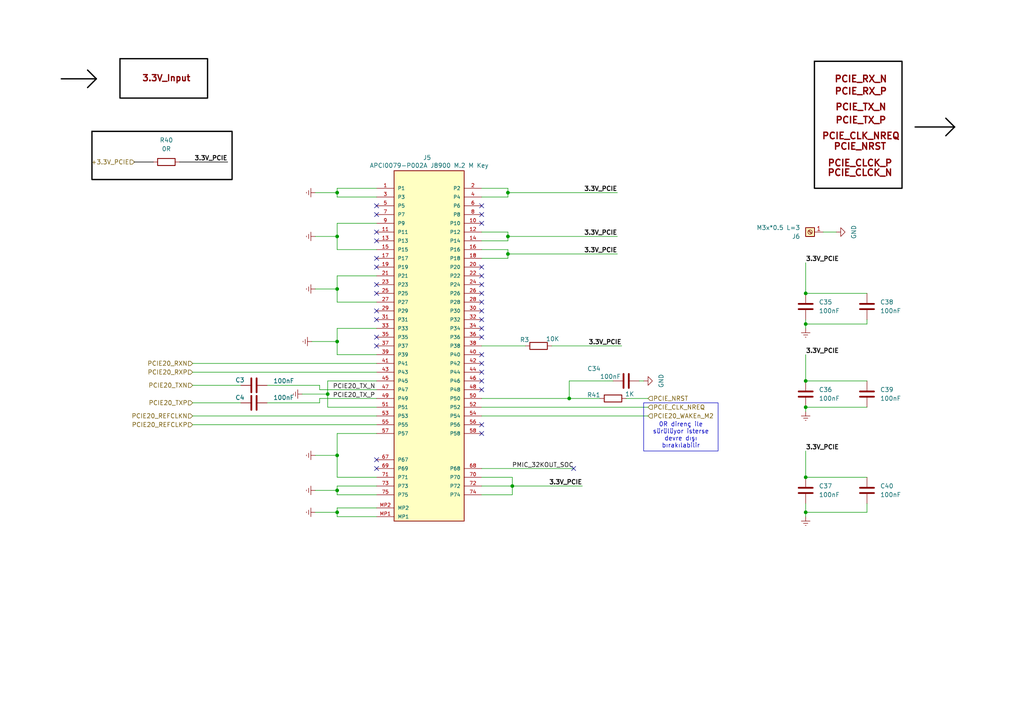
<source format=kicad_sch>
(kicad_sch (version 20231120) (generator "eeschema") (generator_version "8.0")
  (paper "A4")
  (lib_symbols
    (symbol "Device:C" (pin_numbers hide) (pin_names (offset 0.254))
      (property "Reference" "C" (at 0.635 2.54 0))
      (property "Value" "C" (at 0.635 -2.54 0))
      (symbol "C_0_1"
        (polyline (pts (xy -2.032 -0.762) (xy 2.032 -0.762)) (stroke (width 0.508)))
        (polyline (pts (xy -2.032 0.762) (xy 2.032 0.762)) (stroke (width 0.508)))
      )
      (symbol "C_1_1"
        (pin passive line (at 0 3.81 270) (length 2.794) (name "~") (number "1"))
        (pin passive line (at 0 -3.81 90) (length 2.794) (name "~") (number "2"))
      )
    )
    (symbol "Device:R" (pin_numbers hide) (pin_names (offset 0))
      (property "Reference" "R" (at 2.032 0 90))
      (property "Value" "R" (at 0 0 90))
      (symbol "R_0_1"
        (rectangle (start -1.016 -2.54) (end 1.016 2.54) (stroke (width 0.254)))
      )
      (symbol "R_1_1"
        (pin passive line (at 0 3.81 270) (length 1.27) (name "~") (number "1"))
        (pin passive line (at 0 -3.81 90) (length 1.27) (name "~") (number "2"))
      )
    )
    (symbol "M.2TE:1-2199119-5" (pin_names (offset 1.016))
      (property "Reference" "J5" (at -1.778 54.61 0))
      (property "Value" "APCI0079-P002A J8900 M.2 M Key" (at -17.272 52.324 0))
      (symbol "1-2199119-5_0_0"
        (rectangle (start -10.16 -50.8) (end 10.16 50.8) (stroke (width 0.254)) (fill (type background)))
        (pin passive line (at -15.24 45.72 0) (length 5.08) (name "P1") (number "1"))
        (pin passive line (at 15.24 35.56 180) (length 5.08) (name "P10") (number "10"))
        (pin passive line (at -15.24 33.02 0) (length 5.08) (name "P11") (number "11"))
        (pin passive line (at 15.24 33.02 180) (length 5.08) (name "P12") (number "12"))
        (pin passive line (at -15.24 30.48 0) (length 5.08) (name "P13") (number "13"))
        (pin passive line (at 15.24 30.48 180) (length 5.08) (name "P14") (number "14"))
        (pin passive line (at -15.24 27.94 0) (length 5.08) (name "P15") (number "15"))
        (pin passive line (at 15.24 27.94 180) (length 5.08) (name "P16") (number "16"))
        (pin passive line (at -15.24 25.4 0) (length 5.08) (name "P17") (number "17"))
        (pin passive line (at 15.24 25.4 180) (length 5.08) (name "P18") (number "18"))
        (pin passive line (at -15.24 22.86 0) (length 5.08) (name "P19") (number "19"))
        (pin passive line (at 15.24 45.72 180) (length 5.08) (name "P2") (number "2"))
        (pin passive line (at 15.24 22.86 180) (length 5.08) (name "P20") (number "20"))
        (pin passive line (at -15.24 20.32 0) (length 5.08) (name "P21") (number "21"))
        (pin passive line (at 15.24 20.32 180) (length 5.08) (name "P22") (number "22"))
        (pin passive line (at -15.24 17.78 0) (length 5.08) (name "P23") (number "23"))
        (pin passive line (at 15.24 17.78 180) (length 5.08) (name "P24") (number "24"))
        (pin passive line (at -15.24 15.24 0) (length 5.08) (name "P25") (number "25"))
        (pin passive line (at 15.24 15.24 180) (length 5.08) (name "P26") (number "26"))
        (pin passive line (at -15.24 12.7 0) (length 5.08) (name "P27") (number "27"))
        (pin passive line (at 15.24 12.7 180) (length 5.08) (name "P28") (number "28"))
        (pin passive line (at -15.24 10.16 0) (length 5.08) (name "P29") (number "29"))
        (pin passive line (at -15.24 43.18 0) (length 5.08) (name "P3") (number "3"))
        (pin passive line (at 15.24 10.16 180) (length 5.08) (name "P30") (number "30"))
        (pin passive line (at -15.24 7.62 0) (length 5.08) (name "P31") (number "31"))
        (pin passive line (at 15.24 7.62 180) (length 5.08) (name "P32") (number "32"))
        (pin passive line (at -15.24 5.08 0) (length 5.08) (name "P33") (number "33"))
        (pin passive line (at 15.24 5.08 180) (length 5.08) (name "P34") (number "34"))
        (pin passive line (at -15.24 2.54 0) (length 5.08) (name "P35") (number "35"))
        (pin passive line (at 15.24 2.54 180) (length 5.08) (name "P36") (number "36"))
        (pin passive line (at -15.24 0 0) (length 5.08) (name "P37") (number "37"))
        (pin passive line (at 15.24 0 180) (length 5.08) (name "P38") (number "38"))
        (pin passive line (at -15.24 -2.54 0) (length 5.08) (name "P39") (number "39"))
        (pin passive line (at 15.24 43.18 180) (length 5.08) (name "P4") (number "4"))
        (pin passive line (at 15.24 -2.54 180) (length 5.08) (name "P40") (number "40"))
        (pin passive line (at -15.24 -5.08 0) (length 5.08) (name "P41") (number "41"))
        (pin passive line (at 15.24 -5.08 180) (length 5.08) (name "P42") (number "42"))
        (pin passive line (at -15.24 -7.62 0) (length 5.08) (name "P43") (number "43"))
        (pin passive line (at 15.24 -7.62 180) (length 5.08) (name "P44") (number "44"))
        (pin passive line (at -15.24 -10.16 0) (length 5.08) (name "P45") (number "45"))
        (pin passive line (at 15.24 -10.16 180) (length 5.08) (name "P46") (number "46"))
        (pin passive line (at -15.24 -12.7 0) (length 5.08) (name "P47") (number "47"))
        (pin passive line (at 15.24 -12.7 180) (length 5.08) (name "P48") (number "48"))
        (pin passive line (at -15.24 -15.24 0) (length 5.08) (name "P49") (number "49"))
        (pin passive line (at -15.24 40.64 0) (length 5.08) (name "P5") (number "5"))
        (pin passive line (at 15.24 -15.24 180) (length 5.08) (name "P50") (number "50"))
        (pin passive line (at -15.24 -17.78 0) (length 5.08) (name "P51") (number "51"))
        (pin passive line (at 15.24 -17.78 180) (length 5.08) (name "P52") (number "52"))
        (pin passive line (at -15.24 -20.32 0) (length 5.08) (name "P53") (number "53"))
        (pin passive line (at 15.24 -20.32 180) (length 5.08) (name "P54") (number "54"))
        (pin passive line (at -15.24 -22.86 0) (length 5.08) (name "P55") (number "55"))
        (pin passive line (at 15.24 -22.86 180) (length 5.08) (name "P56") (number "56"))
        (pin passive line (at -15.24 -25.4 0) (length 5.08) (name "P57") (number "57"))
        (pin passive line (at 15.24 -25.4 180) (length 5.08) (name "P58") (number "58"))
        (pin passive line (at 15.24 40.64 180) (length 5.08) (name "P6") (number "6"))
        (pin passive line (at -15.24 -33.02 0) (length 5.08) (name "P67") (number "67"))
        (pin passive line (at 15.24 -35.56 180) (length 5.08) (name "P68") (number "68"))
        (pin passive line (at -15.24 -35.56 0) (length 5.08) (name "P69") (number "69"))
        (pin passive line (at -15.24 38.1 0) (length 5.08) (name "P7") (number "7"))
        (pin passive line (at 15.24 -38.1 180) (length 5.08) (name "P70") (number "70"))
        (pin passive line (at -15.24 -38.1 0) (length 5.08) (name "P71") (number "71"))
        (pin passive line (at 15.24 -40.64 180) (length 5.08) (name "P72") (number "72"))
        (pin passive line (at -15.24 -40.64 0) (length 5.08) (name "P73") (number "73"))
        (pin passive line (at 15.24 -43.18 180) (length 5.08) (name "P74") (number "74"))
        (pin passive line (at -15.24 -43.18 0) (length 5.08) (name "P75") (number "75"))
        (pin passive line (at 15.24 38.1 180) (length 5.08) (name "P8") (number "8"))
        (pin passive line (at -15.24 35.56 0) (length 5.08) (name "P9") (number "9"))
      )
      (symbol "1-2199119-5_1_0"
        (pin passive line (at -15.24 -49.53 0) (length 5.08) (name "MP1") (number "MP1"))
        (pin passive line (at -15.24 -46.99 0) (length 5.08) (name "MP2") (number "MP2"))
      )
    )
    (symbol "Screw_Terminal_01x01_1" (pin_names (offset 1.016) hide)
      (property "Reference" "J35" (at 2.8515 1.2701 0))
      (property "Value" "M3x*0.5 L=3" (at 2.8515 -1.2699 0))
      (symbol "Screw_Terminal_01x01_1_1_1"
        (rectangle (start -1.27 1.27) (end 1.27 -1.27) (stroke (width 0.254)) (fill (type background)))
        (polyline (pts (xy -0.5334 0.3302) (xy 0.3302 -0.508)) (stroke (width 0.1524)))
        (polyline (pts (xy -0.3556 0.508) (xy 0.508 -0.3302)) (stroke (width 0.1524)))
        (circle (center 0 0) (radius 0.635) (stroke (width 0.1524)))
        (pin input line (at -3.81 0 0) (length 2.54) (name "1") (number "1"))
      )
    )
    (symbol "power:Earth" (power) (pin_names (offset 0))
      (symbol "Earth_0_1"
        (polyline (pts (xy -0.635 -1.905) (xy 0.635 -1.905)))
        (polyline (pts (xy -0.127 -2.54) (xy 0.127 -2.54)))
        (polyline (pts (xy 0 -1.27) (xy 0 0)))
        (polyline (pts (xy 1.27 -1.27) (xy -1.27 -1.27)))
      )
      (symbol "Earth_1_1"
        (pin power_in line (at 0 0 270) (length 0) hide (name "Earth") (number "1"))
      )
    )
    (symbol "power:GND" (power) (pin_names (offset 0))
      (property "Value" "GND" (at 0 -3.81 0))
      (symbol "GND_0_1"
        (polyline (pts (xy 0 0) (xy 0 -1.27) (xy 1.27 -1.27) (xy 0 -2.54) (xy -1.27 -1.27) (xy 0 -1.27)))
      )
      (symbol "GND_1_1"
        (pin power_in line (at 0 0 270) (length 0) hide (name "GND") (number "1"))
      )
    )
  )
  (junction (at 147.32 68.58))
  (junction (at 97.79 148.59))
  (junction (at 165.1 115.57))
  (junction (at 97.79 83.82))
  (junction (at 233.68 138.43))
  (junction (at 97.79 55.88))
  (junction (at 233.68 110.49))
  (junction (at 97.79 68.58))
  (junction (at 95.0455 114.3))
  (junction (at 148.59 140.97))
  (junction (at 97.79 132.08))
  (junction (at 233.68 85.09))
  (junction (at 97.79 142.24))
  (junction (at 147.32 73.66))
  (junction (at 97.79 99.06))
  (junction (at 233.68 148.59))
  (junction (at 233.68 118.11))
  (junction (at 233.68 93.98))
  (junction (at 147.32 55.88))
  (no_connect (at 139.7 102.87))
  (no_connect (at 139.7 87.63))
  (no_connect (at 139.7 62.23))
  (no_connect (at 139.7 85.09))
  (no_connect (at 109.22 69.85))
  (no_connect (at 139.7 107.95))
  (no_connect (at 109.22 90.17))
  (no_connect (at 109.22 135.89))
  (no_connect (at 109.22 100.33))
  (no_connect (at 139.7 59.69))
  (no_connect (at 109.22 82.55))
  (no_connect (at 139.7 105.41))
  (no_connect (at 139.7 82.55))
  (no_connect (at 166.37 135.89))
  (no_connect (at 139.7 64.77))
  (no_connect (at 139.7 80.01))
  (no_connect (at 109.22 85.09))
  (no_connect (at 139.7 97.79))
  (no_connect (at 139.7 95.25))
  (no_connect (at 109.22 62.23))
  (no_connect (at 139.7 90.17))
  (no_connect (at 139.7 113.03))
  (no_connect (at 109.22 97.79))
  (no_connect (at 139.7 77.47))
  (no_connect (at 109.22 67.31))
  (no_connect (at 109.22 77.47))
  (no_connect (at 139.7 92.71))
  (no_connect (at 139.7 125.73))
  (no_connect (at 139.7 123.19))
  (no_connect (at 109.22 92.71))
  (no_connect (at 139.7 110.49))
  (no_connect (at 109.22 59.69))
  (no_connect (at 109.22 74.93))
  (no_connect (at 109.22 133.35))
  (wire (pts (xy 92.71 111.76) (xy 92.71 113.03)))
  (wire (pts (xy 147.32 72.39) (xy 147.32 73.66)))
  (wire (pts (xy 95.0455 110.49) (xy 95.0455 114.3)))
  (wire (pts (xy 165.1 115.57) (xy 173.99 115.57)))
  (wire (pts (xy 233.68 93.98) (xy 233.68 95.25)))
  (polyline (pts (xy 274.32 34.29) (xy 276.86 36.83)) (stroke (width 0.381) (color 0 0 0 1)))
  (wire (pts (xy 109.22 110.49) (xy 95.0455 110.49)))
  (wire (pts (xy 233.68 102.87) (xy 233.68 110.49)))
  (wire (pts (xy 97.79 99.06) (xy 97.79 102.87)))
  (polyline (pts (xy 27.94 22.86) (xy 25.4 25.4)) (stroke (width 0.381) (color 0 0 0 1)))
  (wire (pts (xy 97.79 149.86) (xy 109.22 149.86)))
  (wire (pts (xy 97.79 140.97) (xy 97.79 142.24)))
  (wire (pts (xy 38.9828 46.99) (xy 38.9828 47.0017)) (stroke (width 0.1778) (color 0 0 0 1)))
  (wire (pts (xy 97.79 142.24) (xy 97.79 143.51)))
  (wire (pts (xy 97.79 87.63) (xy 109.22 87.63)))
  (wire (pts (xy 147.32 55.88) (xy 147.32 57.15)))
  (wire (pts (xy 233.68 138.43) (xy 251.46 138.43)))
  (polyline (pts (xy 25.4 20.32) (xy 27.94 22.86)) (stroke (width 0.381) (color 0 0 0 1)))
  (wire (pts (xy 109.22 64.77) (xy 97.79 64.77)))
  (wire (pts (xy 97.79 125.73) (xy 97.79 132.08)))
  (wire (pts (xy 109.22 80.01) (xy 97.79 80.01)))
  (wire (pts (xy 233.68 110.49) (xy 251.46 110.49)))
  (wire (pts (xy 91.44 55.88) (xy 97.79 55.88)))
  (wire (pts (xy 97.79 148.59) (xy 97.79 149.86)))
  (wire (pts (xy 66.04 46.99) (xy 52.07 46.99)) (stroke (width 0.1778) (color 0 0 0 1)))
  (wire (pts (xy 97.79 64.77) (xy 97.79 68.58)))
  (wire (pts (xy 92.71 116.84) (xy 92.71 115.57)))
  (wire (pts (xy 233.68 93.98) (xy 251.46 93.98)))
  (wire (pts (xy 251.46 146.05) (xy 251.46 148.59)))
  (wire (pts (xy 139.7 100.33) (xy 152.4 100.33)))
  (wire (pts (xy 139.7 120.65) (xy 187.96 120.65)))
  (wire (pts (xy 95.0455 114.3) (xy 95.0455 118.11)))
  (wire (pts (xy 97.79 95.25) (xy 97.79 99.06)))
  (wire (pts (xy 109.22 125.73) (xy 97.79 125.73)))
  (wire (pts (xy 160.02 100.33) (xy 180.34 100.33)))
  (polyline (pts (xy 276.86 36.83) (xy 274.32 39.37)) (stroke (width 0.381) (color 0 0 0 1)))
  (wire (pts (xy 139.7 135.89) (xy 166.37 135.89)))
  (wire (pts (xy 97.79 102.87) (xy 109.22 102.87)))
  (wire (pts (xy 92.71 113.03) (xy 109.22 113.03)))
  (wire (pts (xy 90.4412 99.06) (xy 97.79 99.06)))
  (wire (pts (xy 55.88 120.65) (xy 109.22 120.65)))
  (wire (pts (xy 97.79 57.15) (xy 109.22 57.15)))
  (wire (pts (xy 148.59 140.97) (xy 168.91 140.97)))
  (wire (pts (xy 97.79 83.82) (xy 97.79 87.63)))
  (wire (pts (xy 148.59 140.97) (xy 139.7 140.97)))
  (wire (pts (xy 55.88 116.84) (xy 69.85 116.84)))
  (wire (pts (xy 233.68 149.86) (xy 233.68 148.59)))
  (wire (pts (xy 55.88 107.95) (xy 109.22 107.95)))
  (wire (pts (xy 139.7 72.39) (xy 147.32 72.39)))
  (wire (pts (xy 91.44 68.58) (xy 97.79 68.58)))
  (wire (pts (xy 97.79 72.39) (xy 109.22 72.39)))
  (wire (pts (xy 165.1 110.49) (xy 165.1 115.57)))
  (wire (pts (xy 233.68 92.71) (xy 233.68 93.98)))
  (wire (pts (xy 233.68 148.59) (xy 233.68 146.05)))
  (wire (pts (xy 44.45 46.99) (xy 38.9828 46.99)) (stroke (width 0.1778) (color 0 0 0 1)))
  (wire (pts (xy 147.32 68.58) (xy 179.07 68.58)))
  (wire (pts (xy 186.69 110.49) (xy 185.42 110.49)))
  (wire (pts (xy 97.79 143.51) (xy 109.22 143.51)))
  (wire (pts (xy 148.59 143.51) (xy 148.59 140.97)))
  (wire (pts (xy 147.32 73.66) (xy 147.32 74.93)))
  (wire (pts (xy 187.96 115.57) (xy 181.61 115.57)))
  (wire (pts (xy 165.1 110.49) (xy 177.8 110.49)))
  (wire (pts (xy 139.7 74.93) (xy 147.32 74.93)))
  (wire (pts (xy 97.79 54.61) (xy 97.79 55.88)))
  (wire (pts (xy 139.7 138.43) (xy 148.59 138.43)))
  (wire (pts (xy 77.47 116.84) (xy 92.71 116.84)))
  (polyline (pts (xy 276.86 36.83) (xy 265.43 36.83)) (stroke (width 0.381) (color 0 0 0 1)))
  (wire (pts (xy 97.79 68.58) (xy 97.79 72.39)))
  (wire (pts (xy 251.46 92.71) (xy 251.46 93.98)))
  (wire (pts (xy 97.79 55.88) (xy 97.79 57.15)))
  (wire (pts (xy 233.68 148.59) (xy 251.46 148.59)))
  (wire (pts (xy 147.32 68.58) (xy 147.32 69.85)))
  (wire (pts (xy 91.44 83.82) (xy 97.79 83.82)))
  (wire (pts (xy 97.79 95.25) (xy 109.22 95.25)))
  (wire (pts (xy 147.32 73.66) (xy 179.07 73.66)))
  (wire (pts (xy 147.32 69.85) (xy 139.7 69.85)))
  (polyline (pts (xy 27.94 22.86) (xy 17.78 22.86)) (stroke (width 0.381) (color 0 0 0 1)))
  (wire (pts (xy 87.63 114.3) (xy 95.0455 114.3)))
  (wire (pts (xy 139.7 54.61) (xy 147.32 54.61)))
  (wire (pts (xy 139.7 143.51) (xy 148.59 143.51)))
  (wire (pts (xy 187.96 118.11) (xy 139.7 118.11)))
  (wire (pts (xy 233.68 76.2) (xy 233.68 85.09)))
  (wire (pts (xy 97.79 138.43) (xy 109.22 138.43)))
  (wire (pts (xy 97.79 54.61) (xy 109.22 54.61)))
  (wire (pts (xy 109.22 147.32) (xy 97.79 147.32)))
  (wire (pts (xy 147.32 55.88) (xy 179.07 55.88)))
  (wire (pts (xy 55.88 123.19) (xy 109.22 123.19)))
  (wire (pts (xy 55.88 111.76) (xy 69.85 111.76)))
  (wire (pts (xy 238.76 67.31) (xy 242.57 67.31)))
  (wire (pts (xy 147.32 54.61) (xy 147.32 55.88)))
  (wire (pts (xy 91.44 142.24) (xy 97.79 142.24)))
  (wire (pts (xy 148.59 138.43) (xy 148.59 140.97)))
  (wire (pts (xy 55.88 105.41) (xy 109.22 105.41)))
  (wire (pts (xy 77.47 111.76) (xy 92.71 111.76)))
  (wire (pts (xy 91.44 132.08) (xy 97.79 132.08)))
  (wire (pts (xy 109.22 140.97) (xy 97.79 140.97)))
  (wire (pts (xy 97.79 132.08) (xy 97.79 138.43)))
  (wire (pts (xy 233.68 130.81) (xy 233.68 138.43)))
  (wire (pts (xy 91.44 148.59) (xy 97.79 148.59)))
  (wire (pts (xy 139.7 115.57) (xy 165.1 115.57)))
  (wire (pts (xy 233.68 118.11) (xy 251.46 118.11)))
  (wire (pts (xy 139.7 67.31) (xy 147.32 67.31)))
  (wire (pts (xy 147.32 67.31) (xy 147.32 68.58)))
  (wire (pts (xy 233.68 119.38) (xy 233.68 118.11)))
  (wire (pts (xy 233.68 85.09) (xy 251.46 85.09)))
  (wire (pts (xy 95.0455 118.11) (xy 109.22 118.11)))
  (wire (pts (xy 97.79 147.32) (xy 97.79 148.59)))
  (wire (pts (xy 92.71 115.57) (xy 109.22 115.57)))
  (wire (pts (xy 147.32 57.15) (xy 139.7 57.15)))
  (wire (pts (xy 97.79 80.01) (xy 97.79 83.82)))
  (rectangle (start 236.22 17.78) (end 261.62 54.61) (stroke (width 0.381) (color 0 0 0 1)))
  (rectangle (start 34.798 17.018) (end 60.198 28.448) (stroke (width 0.381) (color 0 0 0 1)))
  (rectangle (start 26.67 38.1) (end 67.31 52.07) (stroke (width 0.381) (color 0 0 0 1)))
  (text_box "0R direnç ile sürülüyor isterse devre dışı bırakılabilir\n" (at 186.69 116.84 0) (size 21.59 13.97) (effects (font (size 1.27 1.27)) (justify bottom)))
  (text "PCIE_CLCK_N" (at 249.428 50.292 0) (effects (font (size 1.905 1.905) (thickness 0.381) (bold yes))))
  (text "PCIE_CLCK_P" (at 249.428 47.498 0) (effects (font (size 1.905 1.905) (thickness 0.381) (bold yes))))
  (text "PCIE_RX_P" (at 249.682 26.67 0) (effects (font (size 1.905 1.905) (thickness 0.381) (bold yes))))
  (text "PCIE_CLK_NREQ" (at 249.682 39.624 0) (effects (font (size 1.905 1.905) (thickness 0.381) (bold yes))))
  (text "PCIE_TX_P" (at 249.682 35.052 0) (effects (font (size 1.905 1.905) (thickness 0.381) (bold yes))))
  (text "PCIE_NRST" (at 249.428 42.672 0) (effects (font (size 1.905 1.905) (thickness 0.381) (bold yes))))
  (text "PCIE_RX_N" (at 249.682 23.114 0) (effects (font (size 1.905 1.905) (thickness 0.381) (bold yes))))
  (text "PCIE_TX_N" (at 249.682 31.242 0) (effects (font (size 1.905 1.905) (thickness 0.381) (bold yes))))
  (text "3.3V_Input\n" (at 48.26 22.86 0) (effects (font (size 1.778 1.778) (bold yes))))
  (label "3.3V_PCIE" (at 233.68 102.87 0) (effects (font (bold yes))))
  (label "3.3V_PCIE" (at 179.07 68.58 180) (effects (font (bold yes))))
  (label "3.3V_PCIE" (at 168.91 140.97 180) (effects (font (bold yes))))
  (label "3.3V_PCIE" (at 179.07 73.66 180) (effects (font (bold yes))))
  (label "3.3V_PCIE" (at 233.68 76.2 0) (effects (font (bold yes))))
  (label "3.3V_PCIE" (at 179.07 55.88 180) (effects (font (bold yes))))
  (label "PCIE20_TX_P" (at 96.52 115.57 0))
  (label "3.3V_PCIE" (at 66.04 46.99 180) (effects (font (bold yes))))
  (label "PCIE20_TX_N" (at 96.52 113.03 0))
  (label "3.3V_PCIE" (at 233.68 130.81 0) (effects (font (bold yes))))
  (label "3.3V_PCIE" (at 180.34 100.33 180) (effects (font (bold yes))))
  (label "PMIC_32KOUT_SOC" (at 166.37 135.89 180))
  (hierarchical_label "PCIE20_WAKEn_M2" (shape input) (at 187.96 120.65 0))
  (hierarchical_label "PCIE20_REFCLKP" (shape input) (at 55.88 123.19 180))
  (hierarchical_label "PCIE_CLK_NREQ" (shape input) (at 187.96 118.11 0))
  (hierarchical_label "+3.3V_PCIE" (shape input) (at 38.9828 47.0017 180))
  (hierarchical_label "PCIE20_RXN" (shape input) (at 55.88 105.41 180))
  (hierarchical_label "PCIE20_RXP" (shape input) (at 55.88 107.95 180))
  (hierarchical_label "PCIE20_TXP" (shape input) (at 55.88 116.84 180))
  (hierarchical_label "PCIE20_REFCLKN" (shape input) (at 55.88 120.65 180))
  (hierarchical_label "PCIE_NRST" (shape input) (at 187.96 115.57 0))
  (hierarchical_label "PCIE20_TXN" (shape input) (at 55.88 111.76 180))
  (symbol (lib_id "power:Earth") (at 91.44 148.59 270) (unit 1)
    (property "Reference" "#PWR065" (effects (hide yes)))
    (property "Value" "Earth" (effects (hide yes)))
    (property "Description" "Power symbol creates a global label with name \"Earth\"" (effects (hide yes)))
  )
  (symbol (lib_id "power:Earth") (at 91.44 132.08 270) (unit 1)
    (property "Reference" "#PWR055" (effects (hide yes)))
    (property "Value" "Earth" (effects (hide yes)))
    (property "Description" "Power symbol creates a global label with name \"Earth\"" (effects (hide yes)))
  )
  (symbol (lib_id "Device:C") (at 181.61 110.49 90) (unit 1)
    (property "Reference" "C34" (at 174.244 106.934 90) (effects (justify left)))
    (property "Value" "100nF" (at 180.086 109.22 90) (effects (justify left)))
    (property "Footprint" "Capacitor_SMD:C_0402_1005Metric" (effects (hide yes)))
  )
  (symbol (lib_name "Screw_Terminal_01x01_1") (lib_id "Connector:Screw_Terminal_01x01") (at 234.95 67.31 180) (unit 1)
    (property "Reference" "J6" (at 232.0985 68.5801 0) (effects (justify left)))
    (property "Value" "M3x*0.5 L=3" (at 232.0985 66.0401 0) (effects (justify left)))
    (property "Footprint" "Footprint Library:Screw Terminal Shinbo" (effects (hide yes)))
    (property "Description" "Board mounting elevator    M3 hole size, 4 pins PCB-64-M3" (effects (hide yes)))
    (property "MPN" "SMTSO-M3-3ET" (effects (hide yes)))
  )
  (symbol (lib_id "Device:R") (at 156.21 100.33 270) (unit 1)
    (property "Reference" "R3" (at 152.146 98.552 90))
    (property "Value" "10K" (at 160.274 98.298 90))
    (property "Footprint" "Resistor_SMD:R_0402_1005Metric" (effects (hide yes)))
  )
  (symbol (lib_id "power:Earth") (at 91.44 55.88 270) (unit 1)
    (property "Reference" "#PWR033" (effects (hide yes)))
    (property "Value" "Earth" (effects (hide yes)))
    (property "Description" "Power symbol creates a global label with name \"Earth\"" (effects (hide yes)))
  )
  (symbol (lib_id "power:GND") (at 186.69 110.49 90) (unit 1)
    (property "Reference" "#PWR058" (effects (hide yes)))
    (property "Value" "GND" (at 191.77 110.49 0))
  )
  (symbol (lib_id "Device:C") (at 251.46 114.3 0) (unit 1)
    (property "Reference" "C39" (at 255.27 113.0299 0) (effects (justify left)))
    (property "Value" "100nF" (at 255.27 115.5699 0) (effects (justify left)))
    (property "Footprint" "Capacitor_SMD:C_0603_1608Metric" (effects (hide yes)))
  )
  (symbol (lib_id "Device:C") (at 233.68 142.24 0) (unit 1)
    (property "Reference" "C37" (at 237.49 140.9699 0) (effects (justify left)))
    (property "Value" "100nF" (at 237.49 143.5099 0) (effects (justify left)))
    (property "Footprint" "Capacitor_SMD:C_0603_1608Metric" (effects (hide yes)))
  )
  (symbol (lib_id "power:Earth") (at 91.44 83.82 270) (unit 1)
    (property "Reference" "#PWR054" (effects (hide yes)))
    (property "Value" "Earth" (effects (hide yes)))
    (property "Description" "Power symbol creates a global label with name \"Earth\"" (effects (hide yes)))
  )
  (symbol (lib_id "Device:C") (at 73.66 116.84 90) (unit 1)
    (property "Reference" "C4" (at 69.596 115.316 90))
    (property "Value" "100nF" (at 82.296 115.316 90))
    (property "Footprint" "Capacitor_SMD:C_0402_1005Metric" (effects (hide yes)))
  )
  (symbol (lib_id "power:GND") (at 242.57 67.31 90) (unit 1)
    (property "Reference" "#PWR062" (effects (hide yes)))
    (property "Value" "GND" (at 247.65 67.31 0))
  )
  (symbol (lib_id "Device:C") (at 73.66 111.76 90) (unit 1)
    (property "Reference" "C3" (at 69.596 110.236 90))
    (property "Value" "100nF" (at 82.296 110.49 90))
    (property "Footprint" "Capacitor_SMD:C_0402_1005Metric" (effects (hide yes)))
  )
  (symbol (lib_id "M.2TE:1-2199119-5") (at 124.46 100.33 0) (unit 1)
    (property "Reference" "J5" (at 122.682 45.72 0) (effects (justify left)))
    (property "Value" "APCI0079-P002A J8900 M.2 M Key" (at 107.188 48.006 0) (effects (justify left)))
    (property "Footprint" "Footprint Library:121992306" (effects (hide yes)))
    (property "Comment" "1-2199119-5" (effects (hide yes)))
    (property "MPN" "NGFF 67P连接器 M.2 SSD插槽 4+5 H3.2" (effects (hide yes)))
  )
  (symbol (lib_id "Device:C") (at 251.46 88.9 0) (unit 1)
    (property "Reference" "C38" (at 255.27 87.6299 0) (effects (justify left)))
    (property "Value" "100nF" (at 255.27 90.1699 0) (effects (justify left)))
    (property "Footprint" "Capacitor_SMD:C_0603_1608Metric" (effects (hide yes)))
  )
  (symbol (lib_id "power:Earth") (at 233.68 95.25 0) (unit 1)
    (property "Reference" "#PWR059" (effects (hide yes)))
    (property "Value" "Earth" (effects (hide yes)))
    (property "Description" "Power symbol creates a global label with name \"Earth\"" (effects (hide yes)))
  )
  (symbol (lib_id "power:Earth") (at 233.68 149.86 0) (unit 1)
    (property "Reference" "#PWR061" (effects (hide yes)))
    (property "Value" "Earth" (effects (hide yes)))
    (property "Description" "Power symbol creates a global label with name \"Earth\"" (effects (hide yes)))
  )
  (symbol (lib_id "power:Earth") (at 91.44 68.58 270) (unit 1)
    (property "Reference" "#PWR053" (effects (hide yes)))
    (property "Value" "Earth" (effects (hide yes)))
    (property "Description" "Power symbol creates a global label with name \"Earth\"" (effects (hide yes)))
  )
  (symbol (lib_id "power:Earth") (at 91.44 142.24 270) (unit 1)
    (property "Reference" "#PWR056" (effects (hide yes)))
    (property "Value" "Earth" (effects (hide yes)))
    (property "Description" "Power symbol creates a global label with name \"Earth\"" (effects (hide yes)))
  )
  (symbol (lib_id "power:Earth") (at 90.4412 99.06 270) (unit 1)
    (property "Reference" "#PWR012" (effects (hide yes)))
    (property "Value" "Earth" (effects (hide yes)))
    (property "Description" "Power symbol creates a global label with name \"Earth\"" (effects (hide yes)))
  )
  (symbol (lib_id "Device:R") (at 177.8 115.57 270) (unit 1)
    (property "Reference" "R41" (at 172.212 114.554 90))
    (property "Value" "1K" (at 182.626 114.3 90))
    (property "Footprint" "Resistor_SMD:R_0402_1005Metric" (effects (hide yes)))
  )
  (symbol (lib_id "Device:C") (at 251.46 142.24 0) (unit 1)
    (property "Reference" "C40" (at 255.27 140.9699 0) (effects (justify left)))
    (property "Value" "100nF" (at 255.27 143.5099 0) (effects (justify left)))
    (property "Footprint" "Capacitor_SMD:C_0603_1608Metric" (effects (hide yes)))
  )
  (symbol (lib_id "power:Earth") (at 233.68 119.38 0) (unit 1)
    (property "Reference" "#PWR060" (effects (hide yes)))
    (property "Value" "Earth" (effects (hide yes)))
    (property "Description" "Power symbol creates a global label with name \"Earth\"" (effects (hide yes)))
  )
  (symbol (lib_id "Device:C") (at 233.68 114.3 0) (unit 1)
    (property "Reference" "C36" (at 237.49 113.0299 0) (effects (justify left)))
    (property "Value" "100nF" (at 237.49 115.5699 0) (effects (justify left)))
    (property "Footprint" "Capacitor_SMD:C_0603_1608Metric" (effects (hide yes)))
  )
  (symbol (lib_id "power:Earth") (at 87.63 114.3 270) (unit 1)
    (property "Reference" "#PWR010" (effects (hide yes)))
    (property "Value" "Earth" (effects (hide yes)))
    (property "Description" "Power symbol creates a global label with name \"Earth\"" (effects (hide yes)))
  )
  (symbol (lib_id "Device:C") (at 233.68 88.9 0) (unit 1)
    (property "Reference" "C35" (at 237.49 87.6299 0) (effects (justify left)))
    (property "Value" "100nF" (at 237.49 90.1699 0) (effects (justify left)))
    (property "Footprint" "Capacitor_SMD:C_0603_1608Metric" (effects (hide yes)))
  )
  (symbol (lib_id "Device:R") (at 48.26 46.99 90) (unit 1)
    (property "Reference" "R40" (at 48.26 40.6517 90))
    (property "Value" "0R" (at 48.26 43.1917 90))
    (property "Footprint" "Resistor_SMD:R_0603_1608Metric" (effects (hide yes)))
    (property "Description" "Resistor" (effects (hide yes)))
  )
)
</source>
